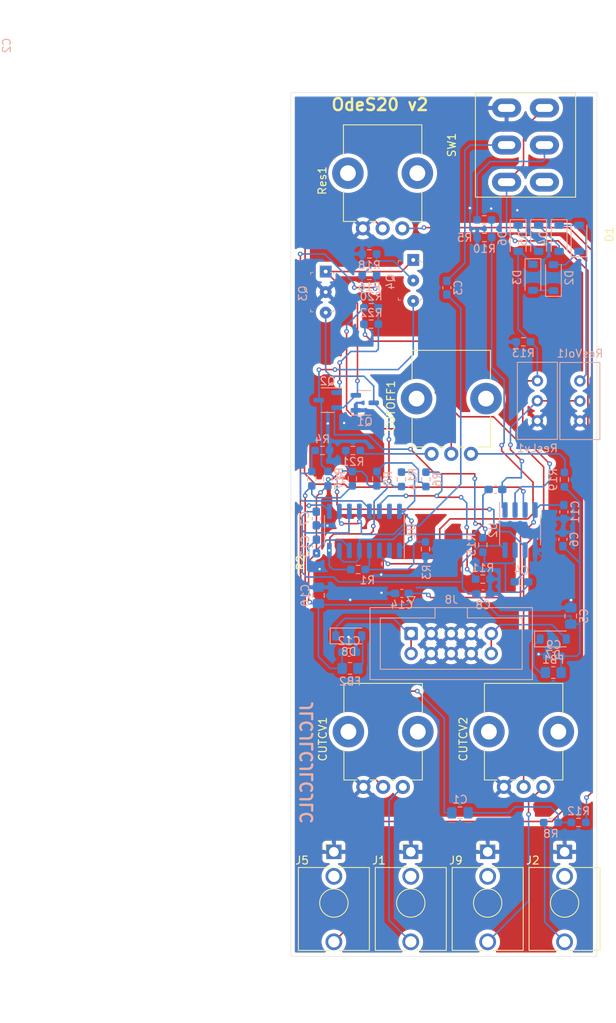
<source format=kicad_pcb>
(kicad_pcb (version 20221018) (generator pcbnew)
  (layers (0 "F.Cu" signal) (31 "B.Cu" signal) (34 "B.Paste" user) (35 "F.Paste" user) (36 "B.SilkS" user "B.Silkscreen") (37 "F.SilkS" user "F.Silkscreen") (38 "B.Mask" user) (39 "F.Mask" user) (44 "Edge.Cuts" user))
  (net 0 "")
  (net 1 "GND")
  (net 2 "/CVIn")
  (net 4 "/FilterOut")
  (net 6 "/FilterIn")
  (net 9 "/LPass")
  (net 10 "/HPass")
  (net 11 "Net-(R12-Pad1)")
  (net 12 "/ResOut")
  (net 13 "Net-(CUTCV1-Pad2)")
  (net 14 "Net-(CUTOFF1-Pad1)")
  (net 15 "Net-(CUTOFF1-Pad2)")
  (net 16 "Net-(CUTOFF1-Pad3)")
  (net 17 "-12V")
  (net 18 "+12V")
  (net 19 "Net-(U1A--)")
  (net 20 "Net-(U1C--)")
  (net 21 "Net-(U1C-+)")
  (net 22 "Net-(R1-Pad2)")
  (net 23 "Net-(U1A-+)")
  (net 24 "Net-(C1-Pad2)")
  (net 25 "/Cutoff")
  (net 26 "Net-(Q2-C)")
  (net 27 "Net-(Q1-E)")
  (net 28 "Net-(C4-Pad1)")
  (net 29 "Net-(Q1-C)")
  (net 30 "Net-(R14-Pad2)")
  (net 31 "Net-(D3-K)")
  (net 32 "/Out1")
  (net 33 "Net-(C2-Pad2)")
  (net 34 "Net-(D1-A)")
  (net 36 "Net-(C2-Pad1)")
  (net 37 "Net-(C3-Pad1)")
  (net 39 "Net-(D5-A)")
  (net 40 "Net-(D4-A)")
  (net 41 "Net-(D2-K)")
  (net 42 "Net-(D1-K)")
  (net 43 "Net-(CUTCV2-Pad2)")
  (net 44 "/CVIn2")
  (net 46 "Net-(D8-A)")
  (net 47 "Net-(D7-K)")
  (net 48 "Net-(D8-K)")
  (net 49 "Net-(D7-A)")
  (footprint "0deS:Pot-bourns-alpha" (layer "F.Cu") (at 48.91 136.07 90)
    (fp_text reference "CUTCV1")
    (fp_text value "100k")
  )
  (footprint "0deS:Thonkiconn" (layer "F.Cu") (at 40.17 144.3)
    (fp_text reference "J5")
    (fp_text value "FilterIn1")
  )
  (footprint "0deS:Pot-bourns-alpha" (layer "F.Cu") (at 48.85 65.3 90)
    (fp_text reference "Res1")
    (fp_text value "100k")
  )
  (footprint "Synth:SW_DPDT_Toggle" (layer "F.Cu") (at 64.46 54.74 90)
    (fp_text reference "SW1")
    (fp_text value "Hpass/Lpass Switch")
  )
  (footprint "0deS:Thonkiconn" (layer "F.Cu") (at 59.663332 144.3)
    (fp_text reference "J9")
    (fp_text value "FilterCV1")
  )
  (footprint "0deS:Pot-bourns-alpha" (layer "F.Cu") (at 57.55 93.87 90)
    (fp_text reference "CUTOFF1")
    (fp_text value "100k")
  )
  (footprint "0deS:Thonkiconn" (layer "F.Cu") (at 69.409998 144.3)
    (fp_text reference "J2")
    (fp_text value "FilterOut1")
  )
  (footprint "0deS:Pot-bourns-alpha" (layer "F.Cu") (at 66.72 136.07 90)
    (fp_text reference "CUTCV2")
    (fp_text value "100k")
  )
  (footprint "0deS:Thonkiconn" (layer "F.Cu") (at 49.916666 144.3)
    (fp_text reference "J1")
    (fp_text value "FilterCV1")
  )
  (footprint "Resistor_SMD:R_0603_1608Metric_Pad0.98x0.95mm_HandSolder" (layer "B.Cu") (at 71.1825 140.57 180)
    (fp_text reference "R12")
    (fp_text value "1k")
  )
  (footprint "Resistor_SMD:R_0603_1608Metric_Pad0.98x0.95mm_HandSolder" (layer "B.Cu") (at 43.2375 108.52 180)
    (fp_text reference "R1")
    (fp_text value "100k")
  )
  (footprint "Resistor_SMD:R_0603_1608Metric_Pad0.98x0.95mm_HandSolder" (layer "B.Cu") (at 42.51 97.0075 -90)
    (fp_text reference "R7")
    (fp_text value "1.8k")
  )
  (footprint "Resistor_SMD:R_0603_1608Metric_Pad0.98x0.95mm_HandSolder" (layer "B.Cu") (at 44.8925 77.43 180)
    (fp_text reference "R22")
    (fp_text value "82k")
  )
  (footprint "Resistor_SMD:R_0603_1608Metric_Pad0.98x0.95mm_HandSolder" (layer "B.Cu") (at 59.0475 109.74 180)
    (fp_text reference "R11")
    (fp_text value "470")
  )
  (footprint "Resistor_SMD:R_0603_1608Metric_Pad0.98x0.95mm_HandSolder" (layer "B.Cu") (at 45.61 97.0075 90)
    (fp_text reference "R9")
    (fp_text value "1.8k")
  )
  (footprint "Resistor_SMD:R_0603_1608Metric_Pad0.98x0.95mm_HandSolder" (layer "B.Cu") (at 67.6775 140.57)
    (fp_text reference "R8")
    (fp_text value "1k")
  )
  (footprint "Resistor_SMD:R_0603_1608Metric_Pad0.98x0.95mm_HandSolder" (layer "B.Cu") (at 51.835 97.0975 90)
    (fp_text reference "R6")
    (fp_text value "100k")
  )
  (footprint "Resistor_SMD:R_0603_1608Metric_Pad0.98x0.95mm_HandSolder" (layer "B.Cu") (at 44.8925 75.35 180)
    (fp_text reference "R20")
    (fp_text value "100k")
  )
  (footprint "Capacitor_SMD:C_0805_2012Metric_Pad1.18x1.45mm_HandSolder" (layer "B.Cu") (at 56.16 139.35 180)
    (fp_text reference "C1")
    (fp_text value "10uF")
  )
  (footprint "Resistor_SMD:R_0603_1608Metric_Pad0.98x0.95mm_HandSolder" (layer "B.Cu") (at 59.05 105.4025 -90)
    (fp_text reference "R15")
    (fp_text value "1k")
  )
  (footprint "0deS:SOT-23-BEC" (layer "B.Cu") (at 39.3675 87.06 180)
    (fp_text reference "Q2")
    (fp_text value "BC559")
  )
  (footprint "Resistor_SMD:R_0805_2012Metric_Pad1.20x1.40mm_HandSolder" (layer "B.Cu") (at 42.22 121.05)
    (fp_text reference "FB2")
    (fp_text value "10R")
  )
  (footprint "Capacitor_SMD:C_0603_1608Metric_Pad1.08x0.95mm_HandSolder" (layer "B.Cu") (at 37.96 105.6025 -90)
    (fp_text reference "C13")
    (fp_text value "100nF")
  )
  (footprint "Diode_SMD:D_SOD-123" (layer "B.Cu") (at 42.06 116.94)
    (fp_text reference "D8")
    (fp_text value "D")
  )
  (footprint "Resistor_SMD:R_0603_1608Metric_Pad0.98x0.95mm_HandSolder" (layer "B.Cu") (at 44.6675 71.26)
    (fp_text reference "R16")
    (fp_text value "82k")
  )
  (footprint "Capacitor_SMD:C_0603_1608Metric_Pad1.08x0.95mm_HandSolder" (layer "B.Cu") (at 69.32 101.2225 90)
    (fp_text reference "C11")
    (fp_text value "100nF")
  )
  (footprint "Capacitor_SMD:C_0603_1608Metric_Pad1.08x0.95mm_HandSolder" (layer "B.Cu") (at 68.0375 119.5 180)
    (fp_text reference "C9")
    (fp_text value "100nF")
  )
  (footprint "Potentiometer_THT:Potentiometer_Bourns_3386C_Horizontal" (layer "B.Cu") (at 65.96 89.69)
    (fp_text reference "ResLv1")
    (fp_text value "10k")
  )
  (footprint "Diode_SMD:D_SOD-123" (layer "B.Cu") (at 67.97 117.32)
    (fp_text reference "D7")
    (fp_text value "D")
  )
  (footprint "Capacitor_SMD:C_0603_1608Metric_Pad1.08x0.95mm_HandSolder" (layer "B.Cu") (at 63.9475 110.09 180)
    (fp_text reference "C4")
    (fp_text value "1nF")
  )
  (footprint "Capacitor_SMD:C_0603_1608Metric_Pad1.08x0.95mm_HandSolder" (layer "B.Cu") (at 69.2 104.7025 90)
    (fp_text reference "C6")
    (fp_text value "100nF")
  )
  (footprint "Capacitor_SMD:C_0603_1608Metric_Pad1.08x0.95mm_HandSolder" (layer "B.Cu") (at 48.7825 111.55)
    (fp_text reference "C14")
    (fp_text value "100nF")
  )
  (footprint "Resistor_SMD:R_0603_1608Metric_Pad0.98x0.95mm_HandSolder" (layer "B.Cu") (at 39.41 97.0075 90)
    (fp_text reference "R17")
    (fp_text value "100k")
  )
  (footprint "Package_SO:SOP-8_3.76x4.96mm_P1.27mm" (layer "B.Cu") (at 63.77 103.52 -90)
    (fp_text reference "U2")
    (fp_text value "TL072")
  )
  (footprint "Resistor_SMD:R_0603_1608Metric_Pad0.98x0.95mm_HandSolder" (layer "B.Cu") (at 42.59 93.44)
    (fp_text reference "R21")
    (fp_text value "56k")
  )
  (footprint "0deS:SOT-23-BEC" (layer "B.Cu") (at 44.0825 87.4)
    (fp_text reference "Q1")
    (fp_text value "BC559")
  )
  (footprint "Capacitor_SMD:C_0805_2012Metric_Pad1.18x1.45mm_HandSolder" (layer "B.Cu") (at 38.21 111.804888 -90)
    (fp_text reference "C10")
    (fp_text value "10uF")
  )
  (footprint "Resistor_SMD:R_0603_1608Metric_Pad0.98x0.95mm_HandSolder" (layer "B.Cu") (at 37.37 97.01 -90)
    (fp_text reference "R2")
    (fp_text value "100k")
  )
  (footprint "Resistor_SMD:R_0603_1608Metric_Pad0.98x0.95mm_HandSolder" (layer "B.Cu") (at 48.735 97.0975 90)
    (fp_text reference "R14")
    (fp_text value "2.2k")
  )
  (footprint "Capacitor_SMD:C_0603_1608Metric_Pad1.08x0.95mm_HandSolder" (layer "B.Cu") (at 37.94 102.0625 -90)
    (fp_text reference "C7")
    (fp_text value "100nF")
  )
  (footprint "Diode_SMD:D_SOD-123" (layer "B.Cu") (at 65.4 71.4975 -90)
    (fp_text reference "D3")
    (fp_text value "1N4148")
  )
  (footprint "Diode_SMD:D_SOD-123" (layer "B.Cu") (at 71.24 66.54 90)
    (fp_text reference "D1")
    (fp_text value "1N4148")
  )
  (footprint "Connector_IDC:IDC-Header_2x05_P2.54mm_Vertical" (layer "B.Cu") (at 49.96 116.64 -90)
    (fp_text reference "J8")
    (fp_text value "Power Input")
  )
  (footprint "Resistor_SMD:R_0603_1608Metric_Pad0.98x0.95mm_HandSolder" (layer "B.Cu") (at 69.38 97.13 -90)
    (fp_text reference "R19")
    (fp_text value "33k")
  )
  (footprint "Resistor_SMD:R_0603_1608Metric_Pad0.98x0.95mm_HandSolder" (layer "B.Cu") (at 59.2525 66.45)
    (fp_text reference "R10")
    (fp_text value "470")
  )
  (footprint "Potentiometer_THT:Potentiometer_Bourns_3386C_Horizontal" (layer "B.Cu") (at 71.35 84.63 180)
    (fp_text reference "ResVol1")
    (fp_text value "10k")
  )
  (footprint "Diode_SMD:D_SOD-123" (layer "B.Cu") (at 68.72 66.56 -90)
    (fp_text reference "D4")
    (fp_text value "1N4148")
  )
  (footprint "Capacitor_SMD:C_0603_1608Metric_Pad1.08x0.95mm_HandSolder" (layer "B.Cu") (at 60.6475 98.38)
    (fp_text reference "C2")
    (fp_text value "1nF")
  )
  (footprint "Capacitor_SMD:C_0603_1608Metric_Pad1.08x0.95mm_HandSolder" (layer "B.Cu") (at 54.49 72.8125 90)
    (fp_text reference "C3")
    (fp_text value "1nF")
  )
  (footprint "Capacitor_SMD:C_0805_2012Metric_Pad1.18x1.45mm_HandSolder" (layer "B.Cu") (at 70.19 114.41 90)
    (fp_text reference "C5")
    (fp_text value "10uF")
  )
  (footprint "Diode_SMD:D_SOD-123" (layer "B.Cu") (at 66.12 66.56 -90)
    (fp_text reference "D5")
    (fp_text value "1N4148")
  )
  (footprint "Capacitor_SMD:C_0603_1608Metric_Pad1.08x0.95mm_HandSolder" (layer "B.Cu") (at 59.0875 111.61)
    (fp_text reference "C8")
    (fp_text value "100nF")
  )
  (footprint "Package_SO:SOIC-16_3.9x9.9mm_P1.27mm" (layer "B.Cu") (at 44.035 103.625 90)
    (fp_text reference "U1")
    (fp_text value "LM13700")
  )
  (footprint "Diode_SMD:D_SOD-123" (layer "B.Cu") (at 68 71.545 90)
    (fp_text reference "D2")
    (fp_text value "1N4148")
  )
  (footprint "Capacitor_SMD:C_0603_1608Metric_Pad1.08x0.95mm_HandSolder" (layer "B.Cu") (at 42.1075 119 180)
    (fp_text reference "C12")
    (fp_text value "100nF")
  )
  (footprint "Resistor_SMD:R_0805_2012Metric_Pad1.20x1.40mm_HandSolder" (layer "B.Cu") (at 67.98 121.58 180)
    (fp_text reference "FB1")
    (fp_text value "10R")
  )
  (footprint "0deS:BC548tht" (layer "B.Cu") (at 50.23 70.63 -90)
    (fp_text reference "Q4")
    (fp_text value "BC559")
  )
  (footprint "Resistor_SMD:R_0603_1608Metric_Pad0.98x0.95mm_HandSolder" (layer "B.Cu") (at 51.78 105.93 90)
    (fp_text reference "R3")
    (fp_text value "470")
  )
  (footprint "Diode_SMD:D_SOD-123" (layer "B.Cu") (at 63.52 66.56 -90)
    (fp_text reference "D6")
    (fp_text value "1N4148")
  )
  (footprint "Resistor_SMD:R_0603_1608Metric_Pad0.98x0.95mm_HandSolder" (layer "B.Cu") (at 38.71 93.44 180)
    (fp_text reference "R4")
    (fp_text value "470")
  )
  (footprint "Resistor_SMD:R_0603_1608Metric_Pad0.98x0.95mm_HandSolder" (layer "B.Cu") (at 64.1875 79.67)
    (fp_text reference "R13")
    (fp_text value "2.2k")
  )
  (footprint "Resistor_SMD:R_0603_1608Metric_Pad0.98x0.95mm_HandSolder" (layer "B.Cu") (at 59.24 64.22)
    (fp_text reference "R5")
    (fp_text value "100k")
  )
  (footprint "0deS:BC548tht" (layer "B.Cu") (at 39.13 72.1 -90)
    (fp_text reference "Q3")
    (fp_text value "BC559")
  )
  (footprint "Resistor_SMD:R_0603_1608Metric_Pad0.98x0.95mm_HandSolder" (layer "B.Cu") (at 44.6675 68.53)
    (fp_text reference "R18")
    (fp_text value "2.2k")
  )
  (gr_rect (start 34.72 48.1) (end 73.5 157.55) (stroke (width 0.05)) (fill none) (layer "Edge.Cuts"))
  (gr_text "JLCJLCJLCJLC" (at 36.74 132.99 90) (layer "B.SilkS") (effects (font (size 1.5 1.5) (thickness 0.3)) (justify mirror)))
  (gr_text "OdeS20 v2" (at 39.7 50.5) (layer "F.SilkS") (effects (font (size 1.5 1.5) (thickness 0.3) bold) (justify left bottom)))
  (segment (start 57.49 62.79) (end 60.11 62.79) (width 0.2) (layer "F.Cu") (net 1))
  (segment (start 46.2 111.47) (end 46.42 111.25) (width 0.2) (layer "F.Cu") (net 1))
  (segment (start 46.42 111.25) (end 46.42 102) (width 0.2) (layer "F.Cu") (net 1))
  (segment (start 66.62 113.65) (end 66.1195 114.1505) (width 0.2) (layer "F.Cu") (net 1))
  (segment (start 46.42 102) (end 46.17 101.75) (width 0.2) (layer "F.Cu") (net 1))
  (segment (start 67.86 112.41) (end 66.62 113.65) (width 0.2) (layer "F.Cu") (net 1))
  (segment (start 66.1195 114.1505) (end 66.1195 119.25) (width 0.2) (layer "F.Cu") (net 1))
  (segment (start 70.19 112.41) (end 67.86 112.41) (width 0.2) (layer "F.Cu") (net 1))
  (segment (start 57.42 62.72) (end 57.49 62.79) (width 0.2) (layer "F.Cu") (net 1))
  (segment (start 40.56 101.75) (end 39.35 102.96) (width 0.2) (layer "F.Cu") (net 1))
  (segment (start 46.17 101.75) (end 40.56 101.75) (width 0.2) (layer "F.Cu") (net 1))
  (via (at 46.2 111.47) (size 0.6) (drill 0.3) (layers "F.Cu" "B.Cu") (net 1))
  (via (at 38.36 108.47) (size 0.6) (drill 0.3) (layers "F.Cu" "B.Cu") (net 1))
  (via (at 57.42 62.72) (size 0.6) (drill 0.3) (layers "F.Cu" "B.Cu") (net 1))
  (via (at 66.1195 119.25) (size 0.6) (drill 0.3) (layers "F.Cu" "B.Cu") (net 1))
  (via (at 41.47 89.96) (size 0.6) (drill 0.3) (layers "F.Cu" "B.Cu") (net 1))
  (via (at 60.11 62.79) (size 0.6) (drill 0.3) (layers "F.Cu" "B.Cu") (net 1))
  (via (at 39.4 90.02) (size 0.6) (drill 0.3) (layers "F.Cu" "B.Cu") (net 1))
  (via (at 70.231 112.395) (size 0.6) (drill 0.3) (layers "F.Cu" "B.Cu") (net 1))
  (via (at 42.24 112.35) (size 0.6) (drill 0.3) (layers "F.Cu" "B.Cu") (net 1))
  (via (at 39.35 102.96) (size 0.6) (drill 0.3) (layers "F.Cu" "B.Cu") (net 1))
  (via (at 42.01 117.07) (size 0.6) (drill 0.3) (layers "F.Cu" "B.Cu") (net 1))
  (via (at 46.17 109.17) (size 0.6) (drill 0.3) (layers "F.Cu" "B.Cu") (net 1))
  (via (at 63.42 63) (size 0.6) (drill 0.3) (layers "F.Cu" "B.Cu") (net 1))
  (segment (start 36.98 105.72) (end 36.98 107.91) (width 0.2) (layer "B.Cu") (net 1))
  (segment (start 42.97 118.03) (end 42.01 117.07) (width 0.2) (layer "B.Cu") (net 1))
  (segment (start 66.1195 119.25) (end 66.925 119.25) (width 0.2) (layer "B.Cu") (net 1))
  (segment (start 70.19 110.5725) (end 70.231 112.395) (width 0.2) (layer "B.Cu") (net 1))
  (segment (start 36.98 107.91) (end 37.54 108.47) (width 0.2) (layer "B.Cu") (net 1))
  (segment (start 59.96 109.74) (end 59.96 111.6) (width 0.2) (layer "B.Cu") (net 1))
  (segment (start 65.675 106.0575) (end 70.19 110.5725) (width 0.2) (layer "B.Cu") (net 1))
  (segment (start 37.96 104.74) (end 36.98 105.72) (width 0.2) (layer "B.Cu") (net 1))
  (segment (start 42.97 119) (end 42.97 118.03) (width 0.2) (layer "B.Cu") (net 1))
  (segment (start 58.34 66.45) (end 57.42 65.53) (width 0.2) (layer "B.Cu") (net 1))
  (segment (start 70.231 112.395) (end 70.19 112.41) (width 0.2) (layer "B.Cu") (net 1))
  (segment (start 57.42 65.53) (end 57.42 62.72) (width 0.2) (layer "B.Cu") (net 1))
  (segment (start 59.96 111.6) (end 59.95 111.61) (width 0.2) (layer "B.Cu") (net 1))
  (segment (start 37.54 108.47) (end 38.36 108.47) (width 0.2) (layer "B.Cu") (net 1))
  (segment (start 66.925 119.25) (end 67.175 119.5) (width 0.2) (layer "B.Cu") (net 1))
  (segment (start 49.916666 155.7) (end 47.16 152.943334) (width 0.2) (layer "B.Cu") (net 2))
  (segment (start 47.16 137.82) (end 48.91 136.07) (width 0.2) (layer "B.Cu") (net 2))
  (segment (start 47.16 152.943334) (end 47.16 137.82) (width 0.2) (layer "B.Cu") (net 2))
  (segment (start 66.89 140.695) (end 66.765 140.57) (width 0.2) (layer "B.Cu") (net 4))
  (segment (start 69.409998 155.7) (end 66.89 153.180002) (width 0.2) (layer "B.Cu") (net 4))
  (segment (start 66.89 153.180002) (end 66.89 140.695) (width 0.2) (layer "B.Cu") (net 4))
  (segment (start 42.92 152.95) (end 42.94 152.95) (width 0.2) (layer "F.Cu") (net 6))
  (segment (start 67.8 140.45) (end 72.37 135.88) (width 0.2) (layer "F.Cu") (net 6))
  (segment (start 68.6 66.88) (end 63.13 66.88) (width 0.2) (layer "F.Cu") (net 6))
  (segment (start 72.37 70.65) (end 68.6 66.88) (width 0.2) (layer "F.Cu") (net 6))
  (segment (start 64.21 57.29) (end 62.06 59.44) (width 0.2) (layer "F.Cu") (net 6))
  (segment (start 42.94 142.34) (end 44.83 140.45) (width 0.2) (layer "F.Cu") (net 6))
  (segment (start 40.17 155.7) (end 42.92 152.95) (width 0.2) (layer "F.Cu") (net 6))
  (segment (start 42.94 152.95) (end 42.94 142.34) (width 0.2) (layer "F.Cu") (net 6))
  (segment (start 44.83 140.45) (end 67.8 140.45) (width 0.2) (layer "F.Cu") (net 6))
  (segment (start 64.21 52.69) (end 64.21 57.29) (width 0.2) (layer "F.Cu") (net 6))
  (segment (start 72.37 135.88) (end 72.37 70.65) (width 0.2) (layer "F.Cu") (net 6))
  (segment (start 66.86 50.04) (end 64.21 52.69) (width 0.2) (layer "F.Cu") (net 6))
  (via (at 63.13 66.88) (size 0.6) (drill 0.3) (layers "F.Cu" "B.Cu") (net 6))
  (segment (start 62.06 59.44) (end 62.06 65.81) (width 0.2) (layer "B.Cu") (net 6))
  (segment (start 62.06 65.81) (end 63.13 66.88) (width 0.2) (layer "B.Cu") (net 6))
  (segment (start 58.3275 58.4725) (end 59.9802 56.8198) (width 0.2) (layer "B.Cu") (net 9))
  (segment (start 66.6242 56.8198) (end 66.8782 56.5658) (width 0.2) (layer "B.Cu") (net 9))
  (segment (start 66.13 54.01) (end 66.86 54.74) (width 0.2) (layer "B.Cu") (net 9))
  (segment (start 59.9802 56.8198) (end 66.6242 56.8198) (width 0.2) (layer "B.Cu") (net 9))
  (segment (start 58.3275 64.22) (end 58.3275 58.4725) (width 0.2) (layer "B.Cu") (net 9))
  (segment (start 66.86 56.5476) (end 66.86 54.74) (width 0.2) (layer "B.Cu") (net 9))
  (segment (start 66.8782 56.5658) (end 66.86 56.5476) (width 0.2) (layer "B.Cu") (net 9))
  (segment (start 56.77 69.67) (end 56.77 55.4228) (width 0.2) (layer "B.Cu") (net 10))
  (segment (start 57.4528 54.74) (end 56.77 55.4228) (width 0.2) (layer "B.Cu") (net 10))
  (segment (start 54.49 71.95) (end 56.77 69.67) (width 0.2) (layer "B.Cu") (net 10))
  (segment (start 62.06 54.74) (end 57.4528 54.74) (width 0.2) (layer "B.Cu") (net 10))
  (segment (start 70.87 66.09) (end 72.9 68.12) (width 0.2) (layer "F.Cu") (net 11))
  (segment (start 69.98 65.2) (end 70.87 66.09) (width 0.2) (layer "F.Cu") (net 11))
  (segment (start 72.9 136.71) (end 72.19 137.42) (width 0.2) (layer "F.Cu") (net 11))
  (segment (start 72.9 68.12) (end 72.9 84.01) (width 0.2) (layer "F.Cu") (net 11))
  (segment (start 72.9 84.01) (end 72.9 136.71) (width 0.2) (layer "F.Cu") (net 11))
  (segment (start 51.58 65.2) (end 69.98 65.2) (width 0.2) (layer "F.Cu") (net 11))
  (via (at 72.19 137.42) (size 0.6) (drill 0.3) (layers "F.Cu" "B.Cu") (net 11))
  (via (at 51.58 65.2) (size 0.6) (drill 0.3) (layers "F.Cu" "B.Cu") (net 11))
  (segment (start 51.48 65.3) (end 51.58 65.2) (width 0.2) (layer "B.Cu") (net 11))
  (segment (start 48.85 65.3) (end 51.48 65.3) (width 0.2) (layer "B.Cu") (net 11))
  (segment (start 72.19 137.42) (end 72.19 140.475) (width 0.2) (layer "B.Cu") (net 11))
  (segment (start 72.19 140.475) (end 72.095 140.57) (width 0.2) (layer "B.Cu") (net 11))
  (segment (start 63.65 98.09) (end 64.19 98.63) (width 0.2) (layer "F.Cu") (net 12))
  (segment (start 36.45 96.35) (end 37.81 97.71) (width 0.2) (layer "F.Cu") (net 12))
  (segment (start 38.16 63.22) (end 36.52 64.86) (width 0.2) (layer "F.Cu") (net 12))
  (segment (start 41.52 97.71) (end 41.87 98.06) (width 0.2) (layer "F.Cu") (net 12))
  (segment (start 46.35 65.3) (end 44.27 63.22) (width 0.2) (layer "F.Cu") (net 12))
  (segment (start 36.52 79.55) (end 36.45 79.62) (width 0.2) (layer "F.Cu") (net 12))
  (segment (start 36.45 79.62) (end 36.45 96.35) (width 0.2) (layer "F.Cu") (net 12))
  (segment (start 41.87 98.09) (end 63.65 98.09) (width 0.2) (layer "F.Cu") (net 12))
  (segment (start 36.52 64.86) (end 36.52 79.55) (width 0.2) (layer "F.Cu") (net 12))
  (segment (start 37.81 97.71) (end 41.52 97.71) (width 0.2) (layer "F.Cu") (net 12))
  (segment (start 41.87 98.06) (end 41.87 98.09) (width 0.2) (layer "F.Cu") (net 12))
  (segment (start 44.27 63.22) (end 38.16 63.22) (width 0.2) (layer "F.Cu") (net 12))
  (via (at 64.19 98.63) (size 0.6) (drill 0.3) (layers "F.Cu" "B.Cu") (net 12))
  (segment (start 64.19 98.63) (end 64.19 100.7675) (width 0.2) (layer "B.Cu") (net 12))
  (segment (start 64.19 100.7675) (end 64.405 100.9825) (width 0.2) (layer "B.Cu") (net 12))
  (segment (start 35.9295 68.5695) (end 35.9 68.54) (width 0.2) (layer "F.Cu") (net 13))
  (segment (start 46.41 136.07) (end 43.58 133.24) (width 0.2) (layer "F.Cu") (net 13))
  (segment (start 45.26 72.8) (end 45.4 72.94) (width 0.2) (layer "F.Cu") (net 13))
  (segment (start 35.9295 109.1695) (end 35.9295 68.5695) (width 0.2) (layer "F.Cu") (net 13))
  (segment (start 36.66 133.24) (end 35.97 132.55) (width 0.2) (layer "F.Cu") (net 13))
  (segment (start 35.97 109.21) (end 35.9295 109.1695) (width 0.2) (layer "F.Cu") (net 13))
  (segment (start 42.76 72.8) (end 45.26 72.8) (width 0.2) (layer "F.Cu") (net 13))
  (segment (start 35.97 132.55) (end 35.97 109.21) (width 0.2) (layer "F.Cu") (net 13))
  (segment (start 43.58 133.24) (end 36.66 133.24) (width 0.2) (layer "F.Cu") (net 13))
  (via (at 45.4 72.94) (size 0.6) (drill 0.3) (layers "F.Cu" "B.Cu") (net 13))
  (via (at 42.76 72.8) (size 0.6) (drill 0.3) (layers "F.Cu" "B.Cu") (net 13))
  (via (at 35.9 68.54) (size 0.6) (drill 0.3) (layers "F.Cu" "B.Cu") (net 13))
  (segment (start 45.4 72.94) (end 45.4 71.44) (width 0.2) (layer "B.Cu") (net 13))
  (segment (start 35.9 68.54) (end 39 68.54) (width 0.2) (layer "B.Cu") (net 13))
  (segment (start 45.4 71.44) (end 45.58 71.26) (width 0.2) (layer "B.Cu") (net 13))
  (segment (start 42.76 72.3) (end 42.76 72.8) (width 0.2) (layer "B.Cu") (net 13))
  (segment (start 39 68.54) (end 42.76 72.3) (width 0.2) (layer "B.Cu") (net 13))
  (segment (start 57.55 93.87) (end 68.77 93.87) (width 0.2) (layer "B.Cu") (net 14))
  (segment (start 68.77 93.87) (end 69.46 94.56) (width 0.2) (layer "B.Cu") (net 14))
  (segment (start 69.46 94.56) (end 69.46 96.1375) (width 0.2) (layer "B.Cu") (net 14))
  (segment (start 69.46 96.1375) (end 69.38 96.2175) (width 0.2) (layer "B.Cu") (net 14))
  (segment (start 55.05 91.75) (end 55.05 93.87) (width 0.2) (layer "F.Cu") (net 15))
  (segment (start 53.99 90.69) (end 55.05 91.75) (width 0.2) (layer "F.Cu") (net 15))
  (segment (start 41.78 78.35) (end 41.78 88.3) (width 0.2) (layer "F.Cu") (net 15))
  (segment (start 44.17 90.69) (end 53.99 90.69) (width 0.2) (layer "F.Cu") (net 15))
  (segment (start 41.78 88.3) (end 44.17 90.69) (width 0.2) (layer "F.Cu") (net 15))
  (via (at 41.78 78.35) (size 0.6) (drill 0.3) (layers "F.Cu" "B.Cu") (net 15))
  (segment (start 43.98 75.35) (end 41.78 77.55) (width 0.2) (layer "B.Cu") (net 15))
  (segment (start 41.78 77.55) (end 41.78 78.35) (width 0.2) (layer "B.Cu") (net 15))
  (segment (start 43.9325 93.87) (end 52.55 93.87) (width 0.2) (layer "B.Cu") (net 16))
  (segment (start 43.5025 93.44) (end 43.9325 93.87) (width 0.2) (layer "B.Cu") (net 16))
  (segment (start 37.96 99.28) (end 37.96 106.465) (width 0.2) (layer "F.Cu") (net 17))
  (segment (start 36.97 107.27) (end 37.155 107.27) (width 0.2) (layer "F.Cu") (net 17))
  (segment (start 52.14 111.75) (end 52.47 112.08) (width 0.2) (layer "F.Cu") (net 17))
  (segment (start 36.97 112.649) (end 36.97 107.27) (width 0.2) (layer "F.Cu") (net 17))
  (segment (start 39.45 97.11) (end 39.96 97.11) (width 0.2) (layer "F.Cu") (net 17))
  (segment (start 52.47 112.08) (end 63.82 112.08) (width 0.2) (layer "F.Cu") (net 17))
  (segment (start 63.82 104.21) (end 65.49 102.54) (width 0.2) (layer "F.Cu") (net 17))
  (segment (start 63.82 112.08) (end 63.82 104.21) (width 0.2) (layer "F.Cu") (net 17))
  (segment (start 38.48 98.76) (end 37.96 99.28) (width 0.2) (layer "F.Cu") (net 17))
  (segment (start 39.96 97.11) (end 41.04 96.03) (width 0.2) (layer "F.Cu") (net 17))
  (segment (start 37.155 107.27) (end 37.96 106.465) (width 0.2) (layer "F.Cu") (net 17))
  (segment (start 36.97 112.649) (end 37.129 112.649) (width 0.2) (layer "F.Cu") (net 17))
  (segment (start 36.97 112.764888) (end 36.97 112.649) (width 0.2) (layer "F.Cu") (net 17))
  (via (at 41.04 96.03) (size 0.6) (drill 0.3) (layers "F.Cu" "B.Cu") (net 17))
  (via (at 65.49 102.54) (size 0.6) (drill 0.3) (layers "F.Cu" "B.Cu") (net 17))
  (via (at 39.45 97.11) (size 0.6) (drill 0.3) (layers "F.Cu" "B.Cu") (net 17))
  (via (at 37.96 106.465) (size 0.6) (drill 0.3) (layers "F.Cu" "B.Cu") (net 17))
  (via (at 52.14 111.75) (size 0.6) (drill 0.3) (layers "F.Cu" "B.Cu") (net 17))
  (via (at 37.129 112.649) (size 0.6) (drill 0.3) (layers "F.Cu" "B.Cu") (net 17))
  (via (at 38.48 98.76) (size 0.6) (drill 0.3) (layers "F.Cu" "B.Cu") (net 17))
  (segment (start 49.645 111.55) (end 51.94 111.55) (width 0.2) (layer "B.Cu") (net 17))
  (segment (start 49.4385 112.9825) (end 49.645 112.776) (width 0.2) (layer "B.Cu") (net 17))
  (segment (start 41.04 96.03) (end 42.445 96.03) (width 0.2) (layer "B.Cu") (net 17))
  (segment (start 39.69 121.05) (end 41.22 121.05) (width 0.2) (layer "B.Cu") (net 17))
  (segment (start 38.21 119.57) (end 38.21 112.842388) (width 0.2) (layer "B.Cu") (net 17))
  (segment (start 38.350112 112.9825) (end 49.4385 112.9825) (width 0.2) (layer "B.Cu") (net 17))
  (segment (start 39.41 97.15) (end 39.45 97.11) (width 0.2) (layer "B.Cu") (net 17))
  (segment (start 45.61 97.92) (end 44.66 97.92) (width 0.2) (layer "B.Cu") (net 17))
  (segment (start 44.4 96.78) (end 43.715 96.095) (width 0.2) (layer "B.Cu") (net 17))
  (segment (start 42.13 106.1) (end 42.13 105.758604) (width 0.2) (layer "B.Cu") (net 17))
  (segment (start 41.22 119.025) (end 41.245 119) (width 0.2) (layer "B.Cu") (net 17))
  (segment (start 65.49 102.54) (end 65.49 101.1675) (width 0.2) (layer "B.Cu") (net 17))
  (segment (start 39.32 97.92) (end 38.48 98.76) (width 0.2) (layer "B.Cu") (net 17))
  (segment (start 66.32 100.36) (end 69.32 100.36) (width 0.2) (layer "B.Cu") (net 17))
  (segment (start 51.94 111.55) (end 52.14 111.75) (width 0.2) (layer "B.Cu") (net 17))
  (segment (start 41.161396 104.79) (end 39.25 104.79) (width 0.2) (layer "B.Cu") (net 17))
  (segment (start 39.25 104.79) (end 37.96 106.08) (width 0.2) (layer "B.Cu") (net 17))
  (segment (start 41.22 121.05) (end 41.22 119.025) (width 0.2) (layer "B.Cu") (net 17))
  (segment (start 42.13 105.758604) (end 41.161396 104.79) (width 0.2) (layer "B.Cu") (net 17))
  (segment (start 42.445 96.03) (end 42.51 96.095) (width 0.2) (layer "B.Cu") (net 17))
  (segment (start 44.4 97.66) (end 44.4 96.78) (width 0.2) (layer "B.Cu") (net 17))
  (segment (start 44.66 97.92) (end 44.4 97.66) (width 0.2) (layer "B.Cu") (net 17))
  (segment (start 38.21 112.842388) (end 37.322388 112.842388) (width 0.2) (layer "B.Cu") (net 17))
  (segment (start 41.6775 93.44) (end 41.6775 95.2625) (width 0.2) (layer "B.Cu") (net 17))
  (segment (start 39.41 97.92) (end 39.41 97.15) (width 0.2) (layer "B.Cu") (net 17))
  (segment (start 37.322388 112.842388) (end 37.129 112.649) (width 0.2) (layer "B.Cu") (net 17))
  (segment (start 43.715 96.095) (end 42.51 96.095) (width 0.2) (layer "B.Cu") (net 17))
  (segment (start 37.96 106.08) (end 37.96 106.465) (width 0.2) (layer "B.Cu") (net 17))
  (segment (start 38.21 119.57) (end 39.69 121.05) (width 0.2) (layer "B.Cu") (net 17))
  (segment (start 39.41 97.92) (end 39.32 97.92) (width 0.2) (layer "B.Cu") (net 17))
  (segment (start 38.21 112.842388) (end 38.350112 112.9825) (width 0.2) (layer "B.Cu") (net 17))
  (segment (start 65.49 101.1675) (end 65.675 100.9825) (width 0.2) (layer "B.Cu") (net 17))
  (segment (start 49.645 112.776) (end 49.645 111.55) (width 0.2) (layer "B.Cu") (net 17))
  (segment (start 65.675 100.9825) (end 65.6975 100.9825) (width 0.2) (layer "B.Cu") (net 17))
  (segment (start 65.6975 100.9825) (end 66.32 100.36) (width 0.2) (layer "B.Cu") (net 17))
  (segment (start 41.6775 95.2625) (end 42.51 96.095) (width 0.2) (layer "B.Cu") (net 17))
  (segment (start 69.2 105.565) (end 71.34 107.705) (width 0.2) (layer "B.Cu") (net 18))
  (segment (start 57.21 111.61) (end 58.225 111.61) (width 0.2) (layer "B.Cu") (net 18))
  (segment (start 36.15 101.81) (end 36.15 103.21) (width 0.2) (layer "B.Cu") (net 18))
  (segment (start 36.15 103.52) (end 36.51 103.88) (width 0.2) (layer "B.Cu") (net 18))
  (segment (start 69.38 98.0425) (end 71.34 100.0025) (width 0.2) (layer "B.Cu") (net 18))
  (segment (start 58.225 111.61) (end 61.025 114.41) (width 0.2) (layer "B.Cu") (net 18))
  (segment (start 71.34 119.11) (end 70.95 119.5) (width 0.2) (layer "B.Cu") (net 18))
  (segment (start 70.95 119.5) (end 68.9 119.5) (width 0.2) (layer "B.Cu") (net 18))
  (segment (start 71.34 107.705) (end 71.34 115.316) (width 0.2) (layer "B.Cu") (net 18))
  (segment (start 71.34 115.316) (end 71.34 119.11) (width 0.2) (layer "B.Cu") (net 18))
  (segment (start 56.46 110.09) (end 56.46 110.86) (width 0.2) (layer "B.Cu") (net 18))
  (segment (start 36.76 101.2) (end 36.15 101.81) (width 0.2) (layer "B.Cu") (net 18))
  (segment (start 40.151 109.474) (end 40.767 110.09) (width 0.2) (layer "B.Cu") (net 18))
  (segment (start 70.19 115.4475) (end 70.19 114.41) (width 0.2) (layer "B.Cu") (net 18))
  (segment (start 56.46 107.65736) (end 56.46 110.09) (width 0.2) (layer "B.Cu") (net 18))
  (segment (start 36.51 103.88) (end 42.08 103.88) (width 0.2) (layer "B.Cu") (net 18))
  (segment (start 71.2085 115.4475) (end 71.34 115.316) (width 0.2) (layer "B.Cu") (net 18))
  (segment (start 36.724 109.474) (end 40.151 109.474) (width 0.2) (layer "B.Cu") (net 18))
  (segment (start 70.19 115.4475) (end 71.2085 115.4475) (width 0.2) (layer "B.Cu") (net 18))
  (segment (start 71.34 100.0025) (end 71.34 107.705) (width 0.2) (layer "B.Cu") (net 18))
  (segment (start 68.98 119.58) (end 68.9 119.5) (width 0.2) (layer "B.Cu") (net 18))
  (segment (start 36.15 108.9) (end 36.724 109.474) (width 0.2) (layer "B.Cu") (net 18))
  (segment (start 56.46 110.86) (end 57.21 111.61) (width 0.2) (layer "B.Cu") (net 18))
  (segment (start 36.15 103.21) (end 36.15 108.9) (width 0.2) (layer "B.Cu") (net 18))
  (segment (start 61.865 106.0575) (end 61.335 105.5275) (width 0.2) (layer "B.Cu") (net 18))
  (segment (start 68.98 121.58) (end 68.98 119.58) (width 0.2) (layer "B.Cu") (net 18))
  (segment (start 56.46 110.09) (end 40.767 110.09) (width 0.2) (layer "B.Cu") (net 18))
  (segment (start 61.335 105.5275) (end 58.58986 105.5275) (width 0.2) (layer "B.Cu") (net 18))
  (segment (start 42.13 101.491396) (end 42.13 101.15) (width 0.2) (layer "B.Cu") (net 18))
  (segment (start 42.08 103.88) (end 42.08 101.541396) (width 0.2) (layer "B.Cu") (net 18))
  (segment (start 61.025 114.41) (end 70.19 114.41) (width 0.2) (layer "B.Cu") (net 18))
  (segment (start 37.94 101.2) (end 36.76 101.2) (width 0.2) (layer "B.Cu") (net 18))
  (segment (start 42.08 101.541396) (end 42.13 101.491396) (width 0.2) (layer "B.Cu") (net 18))
  (segment (start 58.58986 105.5275) (end 56.46 107.65736) (width 0.2) (layer "B.Cu") (net 18))
  (segment (start 36.15 103.21) (end 36.15 103.52) (width 0.2) (layer "B.Cu") (net 18))
  (segment (start 36.13 99.83) (end 35.93 99.63) (width 0.2) (layer "B.Cu") (net 19))
  (segment (start 44.67 100.808604) (end 43.691396 99.83) (width 0.2) (layer "B.Cu") (net 19))
  (segment (start 43.691396 99.83) (end 36.13 99.83) (width 0.2) (layer "B.Cu") (net 19))
  (segment (start 35.93 99.63) (end 35.93 96.34) (width 0.2) (layer "B.Cu") (net 19))
  (segment (start 37.1275 96.34) (end 37.37 96.0975) (width 0.2) (layer "B.Cu") (net 19))
  (segment (start 35.93 96.34) (end 37.1275 96.34) (width 0.2) (layer "B.Cu") (net 19))
  (segment (start 44.67 101.15) (end 44.67 100.808604) (width 0.2) (layer "B.Cu") (net 19))
  (segment (start 37.37 96.0975) (end 37.37 93.8675) (width 0.2) (layer "B.Cu") (net 19))
  (segment (start 37.37 93.8675) (end 37.7975 93.44) (width 0.2) (layer "B.Cu") (net 19))
  (segment (start 44.15 108.52) (end 44.67 108) (width 0.2) (layer "B.Cu") (net 20))
  (segment (start 50.5825 105.0175) (end 51.78 105.0175) (width 0.2) (layer "B.Cu") (net 20))
  (segment (start 44.15 108.52) (end 49.56 108.52) (width 0.2) (layer "B.Cu") (net 20))
  (segment (start 49.56 108.52) (end 50.29 107.79) (width 0.2) (layer "B.Cu") (net 20))
  (segment (start 50.29 107.79) (end 50.29 105.31) (width 0.2) (layer "B.Cu") (net 20))
  (segment (start 50.29 105.31) (end 50.5825 105.0175) (width 0.2) (layer "B.Cu") (net 20))
  (segment (start 44.67 108) (end 44.67 106.1) (width 0.2) (layer "B.Cu") (net 20))
  (segment (start 53.59 103.4) (end 54.88 102.11) (width 0.2) (layer "F.Cu") (net 21))
  (segment (start 54.88 102.11) (end 64.75 102.11) (width 0.2) (layer "F.Cu") (net 21))
  (segment (start 65.41 97.46) (end 61.44 93.49) (width 0.2) (layer "F.Cu") (net 21))
  (segment (start 65.41 101.45) (end 65.41 97.46) (width 0.2) (layer "F.Cu") (net 21))
  (segment (start 53.59 107.6) (end 53.39 107.8) (width 0.2) (layer "F.Cu") (net 21))
  (segment (start 61.44 93.49) (end 61.44 92.77) (width 0.2) (layer "F.Cu") (net 21))
  (segment (start 53.59 103.37) (end 53.59 103.4) (width 0.2) (layer "F.Cu") (net 21))
  (segment (start 53.39 107.8) (end 47.02 107.8) (width 0.2) (layer "F.Cu") (net 21))
  (segment (start 64.75 102.11) (end 65.41 101.45) (width 0.2) (layer "F.Cu") (net 21))
  (segment (start 53.59 103.4) (end 53.59 107.6) (width 0.2) (layer "F.Cu") (net 21))
  (via (at 47.02 107.8) (size 0.6) (drill 0.3) (layers "F.Cu" "B.Cu") (net 21))
  (via (at 61.44 92.77) (size 0.6) (drill 0.3) (layers "F.Cu" "B.Cu") (net 21))
  (segment (start 60.165 82.902308) (end 61.75 84.487308) (width 0.2) (layer "B.Cu") (net 21))
  (segment (start 61.75 84.487308) (end 61.75 92.46) (width 0.2) (layer "B.Cu") (net 21))
  (segment (start 60.1525 66.4375) (end 60.165 66.45) (width 0.2) (layer "B.Cu") (net 21))
  (segment (start 60.1525 64.22) (end 60.1525 66.4375) (width 0.2) (layer "B.Cu") (net 21))
  (segment (start 47.02 107.8) (end 45.94 106.72) (width 0.2) (layer "B.Cu") (net 21))
  (segment (start 61.75 92.46) (end 61.44 92.77) (width 0.2) (layer "B.Cu") (net 21))
  (segment (start 45.94 106.72) (end 45.94 106.1) (width 0.2) (layer "B.Cu") (net 21))
  (segment (start 46.11 105.93) (end 45.94 106.1) (width 0.2) (layer "B.Cu") (net 21))
  (segment (start 61.33 92.88) (end 61.44 92.77) (width 0.2) (layer "B.Cu") (net 21))
  (segment (start 60.165 66.45) (end 60.165 82.902308) (width 0.2) (layer "B.Cu") (net 21))
  (segment (start 40.15 104.01) (end 39.66 104.5) (width 0.2) (layer "F.Cu") (net 22))
  (segment (start 39.66 106.03) (end 39.59 106.1) (width 0.2) (layer "F.Cu") (net 22))
  (segment (start 45.16 103.02) (end 45.16 103.66) (width 0.2) (layer "F.Cu") (net 22))
  (segment (start 44.81 104.01) (end 40.15 104.01) (width 0.2) (layer "F.Cu") (net 22))
  (segment (start 45.16 103.66) (end 44.81 104.01) (width 0.2) (layer "F.Cu") (net 22))
  (segment (start 39.66 104.5) (end 39.66 106.03) (width 0.2) (layer "F.Cu") (net 22))
  (via (at 39.59 106.1) (size 0.6) (drill 0.3) (layers "F.Cu" "B.Cu") (net 22))
  (via (at 45.16 103.02) (size 0.6) (drill 0.3) (layers "F.Cu" "B.Cu") (net 22))
  (segment (start 40.05 108.52) (end 39.59 108.06) (width 0.2) (layer "B.Cu") (net 22))
  (segment (start 45.27 102.91) (end 45.16 103.02) (width 0.2) (layer "B.Cu") (net 22))
  (segment (start 46.685 95.02) (end 50.05 95.02) (width 0.2) (layer "B.Cu") (net 22))
  (segment (start 45.61 96.095) (end 46.685 95.02) (width 0.2) (layer "B.Cu") (net 22))
  (segment (start 51.835 98.01) (end 51.275 97.45) (width 0.2) (layer "B.Cu") (net 22))
  (segment (start 50.05 95.02) (end 50.89 95.86) (width 0.2) (layer "B.Cu") (net 22))
  (segment (start 45.61 96.578529) (end 46.894314 97.862843) (width 0.2) (layer "B.Cu") (net 22))
  (segment (start 39.59 108.06) (end 39.59 106.1) (width 0.2) (layer "B.Cu") (net 22))
  (segment (start 42.325 108.52) (end 40.05 108.52) (width 0.2) (layer "B.Cu") (net 22))
  (segment (start 45.27 99.89) (end 45.27 102.91) (width 0.2) (layer "B.Cu") (net 22))
  (segment (start 51.275 97.45) (end 50.89 97.45) (width 0.2) (layer "B.Cu") (net 22))
  (segment (start 46.894314 97.862843) (end 46.894314 98.265686) (width 0.2) (layer "B.Cu") (net 22))
  (segment (start 50.89 95.86) (end 50.89 97.45) (width 0.2) (layer "B.Cu") (net 22))
  (segment (start 45.61 96.095) (end 45.61 96.578529) (width 0.2) (layer "B.Cu") (net 22))
  (segment (start 46.894314 98.265686) (end 45.27 99.89) (width 0.2) (layer "B.Cu") (net 22))
  (segment (start 49.3 99.19) (end 53.18 99.19) (width 0.2) (layer "F.Cu") (net 23))
  (segment (start 57.0595 108.48) (end 57.0595 103.7895) (width 0.2) (layer "F.Cu") (net 23))
  (segment (start 57.0595 103.7895) (end 57.0595 103.2195) (width 0.2) (layer "F.Cu") (net 23))
  (segment (start 57.0595 103.2195) (end 57.01 103.17) (width 0.2) (layer "F.Cu") (net 23))
  (segment (start 53.18 99.19) (end 53.19 99.2) (width 0.2) (layer "F.Cu") (net 23))
  (segment (start 53.36 99.37) (end 53.19 99.2) (width 0.2) (layer "F.Cu") (net 23))
  (segment (start 56.29 99.37) (end 53.36 99.37) (width 0.2) (layer "F.Cu") (net 23))
  (via (at 57.01 103.17) (size 0.6) (drill 0.3) (layers "F.Cu" "B.Cu") (net 23))
  (via (at 53.19 99.2) (size 0.6) (drill 0.3) (layers "F.Cu" "B.Cu") (net 23))
  (via (at 57.0595 108.48) (size 0.6) (drill 0.3) (layers "F.Cu" "B.Cu") (net 23))
  (via (at 56.29 99.37) (size 0.6) (drill 0.3) (layers "F.Cu" "B.Cu") (net 23))
  (via (at 49.3 99.19) (size 0.6) (drill 0.3) (layers "F.Cu" "B.Cu") (net 23))
  (segment (start 45.94 100.31) (end 47.06 99.19) (width 0.2) (layer "B.Cu") (net 23))
  (segment (start 47.06 99.19) (end 49.3 99.19) (width 0.2) (layer "B.Cu") (net 23))
  (segment (start 57.01 103.17) (end 57.01 100.09) (width 0.2) (layer "B.Cu") (net 23))
  (segment (start 45.94 101.15) (end 45.94 100.31) (width 0.2) (layer "B.Cu") (net 23))
  (segment (start 53.84 96.58) (end 53.445 96.185) (width 0.2) (layer "B.Cu") (net 23))
  (segment (start 53.445 96.185) (end 51.835 96.185) (width 0.2) (layer "B.Cu") (net 23))
  (segment (start 53.84 98.55) (end 53.84 96.58) (width 0.2) (layer "B.Cu") (net 23))
  (segment (start 57.01 100.09) (end 56.29 99.37) (width 0.2) (layer "B.Cu") (net 23))
  (segment (start 53.19 99.2) (end 53.84 98.55) (width 0.2) (layer "B.Cu") (net 23))
  (segment (start 58.135 109.5555) (end 57.0595 108.48) (width 0.2) (layer "B.Cu") (net 23))
  (segment (start 58.135 109.74) (end 58.135 109.5555) (width 0.2) (layer "B.Cu") (net 23))
  (segment (start 37.74 123.39) (end 36.5295 122.1795) (width 0.2) (layer "F.Cu") (net 24))
  (segment (start 36.609 100.4295) (end 36.5295 100.35) (width 0.2) (layer "F.Cu") (net 24))
  (segment (start 37.01 100.4295) (end 36.609 100.4295) (width 0.2) (layer "F.Cu") (net 24))
  (segment (start 36.5295 122.1795) (end 36.5295 100.35) (width 0.2) (layer "F.Cu") (net 24))
  (segment (start 50.74 123.93) (end 38.28 123.93) (width 0.2) (layer "F.Cu") (net 24))
  (segment (start 36.5295 100.35) (end 36.5295 99.17) (width 0.2) (layer "F.Cu") (net 24))
  (segment (start 38.28 123.93) (end 37.74 123.39) (width 0.2) (layer "F.Cu") (net 24))
  (via (at 36.5295 99.17) (size 0.6) (drill 0.3) (layers "F.Cu" "B.Cu") (net 24))
  (via (at 50.74 123.93) (size 0.6) (drill 0.3) (layers "F.Cu" "B.Cu") (net 24))
  (via (at 37.01 100.4295) (size 0.6) (drill 0.3) (layers "F.Cu" "B.Cu") (net 24))
  (segment (start 38.8025 100.3625) (end 37.077 100.3625) (width 0.2) (layer "B.Cu") (net 24))
  (segment (start 36.5295 99.17) (end 36.5295 98.763) (width 0.2) (layer "B.Cu") (net 24))
  (segment (start 54.16 139.35) (end 54.16 127.35) (width 0.2) (layer "B.Cu") (net 24))
  (segment (start 37.83 99.43) (end 37.37 98.97) (width 0.2) (layer "B.Cu") (net 24))
  (segment (start 39.59 101.15) (end 38.8025 100.3625) (width 0.2) (layer "B.Cu") (net 24))
  (segment (start 41 99.43) (end 37.83 99.43) (width 0.2) (layer "B.Cu") (net 24))
  (segment (start 37.077 100.3625) (end 37.01 100.4295) (width 0.2) (layer "B.Cu") (net 24))
  (segment (start 55.1225 139.35) (end 54.16 139.35) (width 0.2) (layer "B.Cu") (net 24))
  (segment (start 36.5295 98.763) (end 37.37 97.9225) (width 0.2) (layer "B.Cu") (net 24))
  (segment (start 54.16 127.35) (end 50.74 123.93) (width 0.2) (layer "B.Cu") (net 24))
  (segment (start 42.51 97.92) (end 41 99.43) (width 0.2) (layer "B.Cu") (net 24))
  (segment (start 37.37 98.97) (end 37.37 97.9225) (width 0.2) (layer "B.Cu") (net 24))
  (segment (start 40.91 82.31) (end 40.91 84.76) (width 0.2) (layer "F.Cu") (net 25))
  (segment (start 40.91 84.76) (end 40.89 84.78) (width 0.2) (layer "F.Cu") (net 25))
  (via (at 40.89 84.78) (size 0.6) (drill 0.3) (layers "F.Cu" "B.Cu") (net 25))
  (via (at 40.91 82.31) (size 0.6) (drill 0.3) (layers "F.Cu" "B.Cu") (net 25))
  (segment (start 45.58 68.53) (end 45.58 69.435) (width 0.2) (layer "B.Cu") (net 25))
  (segment (start 45.58 69.435) (end 47.765 69.435) (width 0.2) (layer "B.Cu") (net 25))
  (segment (start 45.805 80.605) (end 45.52 80.89) (width 0.2) (layer "B.Cu") (net 25))
  (segment (start 43.755 71.26) (end 43.755 73.3) (width 0.2) (layer "B.Cu") (net 25))
  (segment (start 40.89 84.78) (end 40.89 85.725) (width 0.2) (layer "B.Cu") (net 25))
  (segment (start 42.33 80.89) (end 40.91 82.31) (width 0.2) (layer "B.Cu") (net 25))
  (segment (start 43.755 73.3) (end 45.805 75.35) (width 0.2) (layer "B.Cu") (net 25))
  (segment (start 45.805 77.43) (end 45.805 75.35) (width 0.2) (layer "B.Cu") (net 25))
  (segment (start 47.765 69.435) (end 50.23 71.9) (width 0.2) (layer "B.Cu") (net 25))
  (segment (start 45.52 80.89) (end 42.33 80.89) (width 0.2) (layer "B.Cu") (net 25))
  (segment (start 40.89 85.725) (end 40.505 86.11) (width 0.2) (layer "B.Cu") (net 25))
  (segment (start 45.805 77.43) (end 45.805 80.605) (width 0.2) (layer "B.Cu") (net 25))
  (segment (start 45.58 69.435) (end 43.755 71.26) (width 0.2) (layer "B.Cu") (net 25))
  (segment (start 40.57 100.35) (end 41.11 100.89) (width 0.2) (layer "F.Cu") (net 26))
  (segment (start 40.3 83.19) (end 38.3 83.19) (width 0.2) (layer "F.Cu") (net 26))
  (segment (start 41.11 100.89) (end 59.89 100.89) (width 0.2) (layer "F.Cu") (net 26))
  (segment (start 40.57 98.6895) (end 40.57 100.35) (width 0.2) (layer "F.Cu") (net 26))
  (segment (start 38.3 83.19) (end 38.28 83.21) (width 0.2) (layer "F.Cu") (net 26))
  (via (at 40.3 83.19) (size 0.6) (drill 0.3) (layers "F.Cu" "B.Cu") (net 26))
  (via (at 40.57 98.6895) (size 0.6) (drill 0.3) (layers "F.Cu" "B.Cu") (net 26))
  (via (at 59.89 100.89) (size 0.6) (drill 0.3) (layers "F.Cu" "B.Cu") (net 26))
  (via (at 38.28 83.21) (size 0.6) (drill 0.3) (layers "F.Cu" "B.Cu") (net 26))
  (segment (start 48.31 83.19) (end 40.3 83.19) (width 0.2) (layer "B.Cu") (net 26))
  (segment (start 48.76 82.74) (end 48.31 83.19) (width 0.2) (layer "B.Cu") (net 26))
  (segment (start 50.23 74.5) (end 50.23 81.27) (width 0.2) (layer "B.Cu") (net 26))
  (segment (start 50.23 81.27) (end 48.76 82.74) (width 0.2) (layer "B.Cu") (net 26))
  (segment (start 38.23 87.06) (end 38.585 87.415) (width 0.2) (layer "B.Cu") (net 26))
  (segment (start 60.452 102.968) (end 61.214 103.73) (width 0.2) (layer "B.Cu") (net 26))
  (segment (start 40.57 97.255) (end 39.41 96.095) (width 0.2) (layer "B.Cu") (net 26))
  (segment (start 62.449074 103.73) (end 61.214 103.73) (width 0.2) (layer "B.Cu") (net 26))
  (segment (start 60.377 100.89) (end 60.452 100.965) (width 0.2) (layer "B.Cu") (net 26))
  (segment (start 59.89 100.89) (end 60.377 100.89) (width 0.2) (layer "B.Cu") (net 26))
  (segment (start 60.452 100.965) (end 60.452 102.968) (width 0.2) (layer "B.Cu") (net 26))
  (segment (start 40.57 98.6895) (end 40.57 97.255) (width 0.2) (layer "B.Cu") (net 26))
  (segment (start 38.585 87.415) (end 38.585 95.27) (width 0.2) (layer "B.Cu") (net 26))
  (segment (start 38.28 87.01) (end 38.23 87.06) (width 0.2) (layer "B.Cu") (net 26))
  (segment (start 63.085 110.09) (end 64.405 108.77) (width 0.2) (layer "B.Cu") (net 26))
  (segment (start 64.405 108.77) (end 64.405 106.0575) (width 0.2) (layer "B.Cu") (net 26))
  (segment (start 38.585 95.27) (end 39.41 96.095) (width 0.2) (layer "B.Cu") (net 26))
  (segment (start 64.405 105.685926) (end 62.449074 103.73) (width 0.2) (layer "B.Cu") (net 26))
  (segment (start 64.405 106.0575) (end 64.405 105.685926) (width 0.2) (layer "B.Cu") (net 26))
  (segment (start 38.28 83.21) (end 38.28 87.01) (width 0.2) (layer "B.Cu") (net 26))
  (segment (start 39.13 70.77) (end 43.16 74.8) (width 0.2) (layer "F.Cu") (net 27))
  (segment (start 48.76 70.77) (end 50.23 69.3) (width 0.2) (layer "F.Cu") (net 27))
  (segment (start 58.69359 102.7095) (end 59.355956 103.371866) (width 0.2) (layer "F.Cu") (net 27))
  (segment (start 58.11 102.7095) (end 58.69359 102.7095) (width 0.2) (layer "F.Cu") (net 27))
  (segment (start 49.88 93.2705) (end 52.9995 96.39) (width 0.2) (layer "F.Cu") (net 27))
  (segment (start 43.16 74.8) (end 43.16 84.63) (width 0.2) (layer "F.Cu") (net 27))
  (segment (start 39.13 70.77) (end 48.76 70.77) (width 0.2) (layer "F.Cu") (net 27))
  (segment (start 52.9995 96.39) (end 58.03 96.39) (width 0.2) (layer "F.Cu") (net 27))
  (segment (start 58.03 96.39) (end 58.03 97.01) (width 0.2) (layer "F.Cu") (net 27))
  (via (at 58.11 102.7095) (size 0.6) (drill 0.3) (layers "F.Cu" "B.Cu") (net 27))
  (via (at 58.03 97.01) (size 0.6) (drill 0.3) (layers "F.Cu" "B.Cu") (net 27))
  (via (at 49.88 93.2705) (size 0.6) (drill 0.3) (layers "F.Cu" "B.Cu") (net 27))
  (via (at 59.355956 103.371866) (size 0.6) (drill 0.3) (layers "F.Cu" "B.Cu") (net 27))
  (via (at 43.16 84.63) (size 0.6) (drill 0.3) (layers "F.Cu" "B.Cu") (net 27))
  (segment (start 40.505 88.01) (end 40.24 88.275) (width 0.2) (layer "B.Cu") (net 27))
  (segment (start 40.24 91.45) (end 44.55 91.45) (width 0.2) (layer "B.Cu") (net 27))
  (segment (start 40.24 88.275) (end 40.24 91.45) (width 0.2) (layer "B.Cu") (net 27))
  (segment (start 43.16 84.63) (end 43.16 86.235) (width 0.2) (layer "B.Cu") (net 27))
  (segment (start 43.16 86.235) (end 42.945 86.45) (width 0.2) (layer "B.Cu") (net 27))
  (segment (start 45.9 92.8) (end 46.3705 93.2705) (width 0.2) (layer "B.Cu") (net 27))
  (segment (start 58.03 102.6295) (end 58.11 102.7095) (width 0.2) (layer "B.Cu") (net 27))
  (segment (start 58.03 97.01) (end 58.03 102.6295) (width 0.2) (layer "B.Cu") (net 27))
  (segment (start 40.505 88.01) (end 41.385 88.01) (width 0.2) (layer "B.Cu") (net 27))
  (segment (start 46.3705 93.2705) (end 49.88 93.2705) (width 0.2) (layer "B.Cu") (net 27))
  (segment (start 41.385 88.01) (end 42.945 86.45) (width 0.2) (layer "B.Cu") (net 27))
  (segment (start 44.55 91.45) (end 45.9 92.8) (width 0.2) (layer "B.Cu") (net 27))
  (segment (start 59.355956 103.371866) (end 59.355956 104.184044) (width 0.2) (layer "B.Cu") (net 27))
  (segment (start 59.355956 104.184044) (end 59.05 104.49) (width 0.2) (layer "B.Cu") (net 27))
  (segment (start 61.91 107.74) (end 62.81 107.74) (width 0.2) (layer "B.Cu") (net 28))
  (segment (start 62.06 111.4) (end 61.91 111.25) (width 0.2) (layer "B.Cu") (net 28))
  (segment (start 59.25 107.74) (end 61.91 107.74) (width 0.2) (layer "B.Cu") (net 28))
  (segment (start 64.81 110.51) (end 63.92 111.4) (width 0.2) (layer "B.Cu") (net 28))
  (segment (start 59.25 106.515) (end 59.25 107.74) (width 0.2) (layer "B.Cu") (net 28))
  (segment (start 63.92 111.4) (end 62.06 111.4) (width 0.2) (layer "B.Cu") (net 28))
  (segment (start 62.81 107.74) (end 63.135 107.415) (width 0.2) (layer "B.Cu") (net 28))
  (segment (start 59.05 106.315) (end 59.25 106.515) (width 0.2) (layer "B.Cu") (net 28))
  (segment (start 61.91 111.25) (end 61.91 107.74) (width 0.2) (layer "B.Cu") (net 28))
  (segment (start 63.135 107.415) (end 63.135 106.0575) (width 0.2) (layer "B.Cu") (net 28))
  (segment (start 64.81 110.09) (end 64.81 110.51) (width 0.2) (layer "B.Cu") (net 28))
  (segment (start 47.15 92.05) (end 47.15 97.27) (width 0.2) (layer "F.Cu") (net 29))
  (segment (start 47.15 97.27) (end 47.17 97.29) (width 0.2) (layer "F.Cu") (net 29))
  (via (at 47.15 92.05) (size 0.6) (drill 0.3) (layers "F.Cu" "B.Cu") (net 29))
  (via (at 47.17 97.29) (size 0.6) (drill 0.3) (layers "F.Cu" "B.Cu") (net 29))
  (segment (start 43.98 84.03) (end 39.81 84.03) (width 0.2) (layer "B.Cu") (net 29))
  (segment (start 47.17 97.44) (end 47.74 98.01) (width 0.2) (layer "B.Cu") (net 29))
  (segment (start 45.22 87.4) (end 47.15 89.33) (width 0.2) (layer "B.Cu") (net 29))
  (segment (start 47.17 97.29) (end 47.17 97.44) (width 0.2) (layer "B.Cu") (net 29))
  (segment (start 45.22 87.4) (end 45.22 85.27) (width 0.2) (layer "B.Cu") (net 29))
  (segment (start 47.74 98.01) (end 48.735 98.01) (width 0.2) (layer "B.Cu") (net 29))
  (segment (start 47.15 89.33) (end 47.15 92.05) (width 0.2) (layer "B.Cu") (net 29))
  (segment (start 45.22 85.27) (end 43.98 84.03) (width 0.2) (layer "B.Cu") (net 29))
  (segment (start 39.13 83.35) (end 39.13 75.97) (width 0.2) (layer "B.Cu") (net 29))
  (segment (start 39.81 84.03) (end 39.13 83.35) (width 0.2) (layer "B.Cu") (net 29))
  (segment (start 50.01 102.35) (end 50.01 104.49) (width 0.2) (layer "F.Cu") (net 30))
  (segment (start 50.01 104.49) (end 49.84 104.66) (width 0.2) (layer "F.Cu") (net 30))
  (via (at 49.84 104.66) (size 0.6) (drill 0.3) (layers "F.Cu" "B.Cu") (net 30))
  (via (at 50.01 102.35) (size 0.6) (drill 0.3) (layers "F.Cu" "B.Cu") (net 30))
  (segment (start 49.09 101.15) (end 50.4 99.84) (width 0.2) (layer "B.Cu") (net 30))
  (segment (start 48.48 101.15) (end 49.09 101.15) (width 0.2) (layer "B.Cu") (net 30))
  (segment (start 50.4 99.84) (end 50.4 96.66) (width 0.2) (layer "B.Cu") (net 30))
  (segment (start 49.925 96.185) (end 48.735 96.185) (width 0.2) (layer "B.Cu") (net 30))
  (segment (start 48.81 101.15) (end 50.01 102.35) (width 0.2) (layer "B.Cu") (net 30))
  (segment (start 49.84 104.66) (end 49.84 104.74) (width 0.2) (layer "B.Cu") (net 30))
  (segment (start 49.84 104.74) (end 48.48 106.1) (width 0.2) (layer "B.Cu") (net 30))
  (segment (start 48.48 101.15) (end 48.81 101.15) (width 0.2) (layer "B.Cu") (net 30))
  (segment (start 50.4 96.66) (end 49.925 96.185) (width 0.2) (layer "B.Cu") (net 30))
  (segment (start 64.11 91.71) (end 64.11 85.31) (width 0.2) (layer "F.Cu") (net 31))
  (segment (start 64.81 84.61) (end 65.96 84.61) (width 0.2) (layer "F.Cu") (net 31))
  (segment (start 67.52 95.12) (end 64.11 91.71) (width 0.2) (layer "F.Cu") (net 31))
  (segment (start 64.11 85.31) (end 64.81 84.61) (width 0.2) (layer "F.Cu") (net 31))
  (via (at 67.52 95.12) (size 0.6) (drill 0.3) (layers "F.Cu" "B.Cu") (net 31))
  (segment (start 63.135 100.9825) (end 63.135 98.836471) (width 0.2) (layer "B.Cu") (net 31))
  (segment (start 63.52 78.09) (end 63.52 68.21) (width 0.2) (layer "B.Cu") (net 31))
  (segment (start 63.135 98.836471) (end 63.47 98.501471) (width 0.2) (layer "B.Cu") (net 31))
  (segment (start 66.74 98.03) (end 66.92 97.85) (width 0.2) (layer "B.Cu") (net 31))
  (segment (start 65.96 80.53) (end 65.1 79.67) (width 0.2) (layer "B.Cu") (net 31))
  (segment (start 67.52 97.25) (end 67.52 95.12) (width 0.2) (layer "B.Cu") (net 31))
  (segment (start 66.92 97.85) (end 67.52 97.25) (width 0.2) (layer "B.Cu") (net 31))
  (segment (start 65.1 79.67) (end 63.52 78.09) (width 0.2) (layer "B.Cu") (net 31))
  (segment (start 63.93 98.03) (end 66.74 98.03) (width 0.2) (layer "B.Cu") (net 31))
  (segment (start 65.96 84.61) (end 65.96 80.53) (width 0.2) (layer "B.Cu") (net 31))
  (segment (start 63.7625 68.21) (end 65.4 69.8475) (width 0.2) (layer "B.Cu") (net 31))
  (segment (start 63.52 68.21) (end 63.7625 68.21) (width 0.2) (layer "B.Cu") (net 31))
  (segment (start 63.47 98.501471) (end 63.47 98.49) (width 0.2) (layer "B.Cu") (net 31))
  (segment (start 63.47 98.49) (end 63.93 98.03) (width 0.2) (layer "B.Cu") (net 31))
  (segment (start 68.59 140.57) (end 70.27 140.57) (width 0.2) (layer "B.Cu") (net 32))
  (segment (start 68.59 139.53) (end 68.59 140.57) (width 0.2) (layer "B.Cu") (net 32))
  (segment (start 67.66 138.6) (end 68.59 139.53) (width 0.2) (layer "B.Cu") (net 32))
  (segment (start 63.13 138.6) (end 67.66 138.6) (width 0.2) (layer "B.Cu") (net 32))
  (segment (start 62.38 139.35) (end 57.1975 139.35) (width 0.2) (layer "B.Cu") (net 32))
  (segment (start 62.38 139.35) (end 63.13 138.6) (width 0.2) (layer "B.Cu") (net 32))
  (segment (start 62.55 93.34) (end 64 94.79) (width 0.2) (layer "F.Cu") (net 33))
  (segment (start 71.33 87.15) (end 71.35 87.17) (width 0.2) (layer "F.Cu") (net 33))
  (segment (start 62.55 92.72) (end 62.55 93.34) (width 0.2) (layer "F.Cu") (net 33))
  (segment (start 65.96 87.15) (end 71.33 87.15) (width 0.2) (layer "F.Cu") (net 33))
  (via (at 64 94.79) (size 0.6) (drill 0.3) (layers "F.Cu" "B.Cu") (net 33))
  (via (at 62.55 92.72) (size 0.6) (drill 0.3) (layers "F.Cu" "B.Cu") (net 33))
  (segment (start 62.55 90.56) (end 62.55 92.72) (width 0.2) (layer "B.Cu") (net 33))
  (segment (start 65.96 87.15) (end 62.55 90.56) (width 0.2) (layer "B.Cu") (net 33))
  (segment (start 61.51 98.38) (end 61.51 97.49) (width 0.2) (layer "B.Cu") (net 33))
  (segment (start 61.51 98.38) (end 61.51 100.6275) (width 0.2) (layer "B.Cu") (net 33))
  (segment (start 63.93 94.86) (end 64 94.79) (width 0.2) (layer "B.Cu") (net 33))
  (segment (start 61.51 100.6275) (end 61.865 100.9825) (width 0.2) (layer "B.Cu") (net 33))
  (segment (start 63.93 96.9) (end 63.93 94.86) (width 0.2) (layer "B.Cu") (net 33))
  (segment (start 61.51 97.49) (end 62.1 96.9) (width 0.2) (layer "B.Cu") (net 33))
  (segment (start 62.1 96.9) (end 63.93 96.9) (width 0.2) (layer "B.Cu") (net 33))
  (segment (start 72.14 83.84) (end 71.35 84.63) (width 0.2) (layer "B.Cu") (net 34))
  (segment (start 72.14 65.79) (end 72.14 83.84) (width 0.2) (layer "B.Cu") (net 34))
  (segment (start 71.22 64.91) (end 71.24 64.89) (width 0.2) (layer "B.Cu") (net 34))
  (segment (start 71.24 64.89) (end 72.14 65.79) (width 0.2) (layer "B.Cu") (net 34))
  (segment (start 68.72 64.91) (end 71.22 64.91) (width 0.2) (layer "B.Cu") (net 34))
  (segment (start 47.68 104.71) (end 48.95 103.44) (width 0.2) (layer "B.Cu") (net 36))
  (segment (start 43.4 104.71) (end 47.68 104.71) (width 0.2) (layer "B.Cu") (net 36))
  (segment (start 41.39 107.56) (end 43 107.56) (width 0.2) (layer "B.Cu") (net 36))
  (segment (start 43 107.56) (end 43.4 107.16) (width 0.2) (layer "B.Cu") (net 36))
  (segment (start 48.27 104.12) (end 48.33 104.06) (width 0.2) (layer "B.Cu") (net 36))
  (segment (start 43.4 107.16) (end 43.4 106.1) (width 0.2) (layer "B.Cu") (net 36))
  (segment (start 59.06 99.105) (end 59.785 98.38) (width 0.2) (layer "B.Cu") (net 36))
  (segment (start 48.33 104.06) (end 57.82 104.06) (width 0.2) (layer "B.Cu") (net 36))
  (segment (start 40.86 106.1) (end 40.86 107.03) (width 0.2) (layer "B.Cu") (net 36))
  (segment (start 40.86 107.03) (end 41.39 107.56) (width 0.2) (layer "B.Cu") (net 36))
  (segment (start 59.06 102.82) (end 59.06 99.105) (width 0.2) (layer "B.Cu") (net 36))
  (segment (start 57.82 104.06) (end 59.06 102.82) (width 0.2) (layer "B.Cu") (net 36))
  (segment (start 43.4 104.71) (end 43.4 106.1) (width 0.2) (layer "B.Cu") (net 36))
  (segment (start 41.14 102.71) (end 43.27 102.71) (width 0.2) (layer "F.Cu") (net 37))
  (segment (start 43.27 102.71) (end 43.4 102.58) (width 0.2) (layer "F.Cu") (net 37))
  (segment (start 43.4 102.58) (end 43.4 102.44) (width 0.2) (layer "F.Cu") (net 37))
  (via (at 41.14 102.71) (size 0.6) (drill 0.3) (layers "F.Cu" "B.Cu") (net 37))
  (via (at 43.4 102.44) (size 0.6) (drill 0.3) (layers "F.Cu" "B.Cu") (net 37))
  (segment (start 40.86 102.43) (end 41.14 102.71) (width 0.2) (layer "B.Cu") (net 37))
  (segment (start 43.4 102.44) (end 43.66 102.7) (width 0.2) (layer "B.Cu") (net 37))
  (segment (start 48.874314 102.95) (end 50.83 102.95) (width 0.2) (layer "B.Cu") (net 37))
  (segment (start 50.83 102.95) (end 50.92 103.04) (width 0.2) (layer "B.Cu") (net 37))
  (segment (start 47.754314 104.07) (end 48.874314 102.95) (width 0.2) (layer "B.Cu") (net 37))
  (segment (start 43.66 103.89) (end 43.84 104.07) (width 0.2) (layer "B.Cu") (net 37))
  (segment (start 40.86 101.15) (end 40.86 102.43) (width 0.2) (layer "B.Cu") (net 37))
  (segment (start 43.4 102.44) (end 43.4 101.15) (width 0.2) (layer "B.Cu") (net 37))
  (segment (start 56.25 75.435) (end 54.49 73.675) (width 0.2) (layer "B.Cu") (net 37))
  (segment (start 43.84 104.07) (end 47.754314 104.07) (width 0.2) (layer "B.Cu") (net 37))
  (segment (start 43.66 102.7) (end 43.66 103.89) (width 0.2) (layer "B.Cu") (net 37))
  (segment (start 56.25 97.71) (end 56.25 75.435) (width 0.2) (layer "B.Cu") (net 37))
  (segment (start 50.92 103.04) (end 56.25 97.71) (width 0.2) (layer "B.Cu") (net 37))
  (segment (start 63.52 65.61) (end 66.12 68.21) (width 0.2) (layer "B.Cu") (net 39))
  (segment (start 63.52 64.91) (end 63.52 65.61) (width 0.2) (layer "B.Cu") (net 39))
  (segment (start 68.72 68.21) (end 68.72 67.51) (width 0.2) (layer "B.Cu") (net 40))
  (segment (start 68.72 67.51) (end 66.12 64.91) (width 0.2) (layer "B.Cu") (net 40))
  (segment (start 67.9525 73.1475) (end 68 73.195) (width 0.2) (layer "B.Cu") (net 41))
  (segment (start 65.4 73.1475) (end 67.9525 73.1475) (width 0.2) (layer "B.Cu") (net 41))
  (segment (start 71.24 68.19) (end 69.535 69.895) (width 0.2) (layer "B.Cu") (net 42))
  (segment (start 69.535 69.895) (end 68 69.895) (width 0.2) (layer "B.Cu") (net 42))
  (segment (start 66.91 102.95) (end 66.76 102.8) (width 0.2) (layer "F.Cu") (net 43))
  (segment (start 53.05 86.14) (end 53.05 79.59) (width 0.2) (layer "F.Cu") (net 43))
  (segment (start 55.56 88.65) (end 53.05 86.14) (width 0.2) (layer "F.Cu") (net 43))
  (segment (start 66.76 95.527308) (end 60.402692 89.17) (width 0.2) (layer "F.Cu") (net 43))
  (segment (start 64.22 136.07) (end 64.22 105.64) (width 0.2) (layer "F.Cu") (net 43))
  (segment (start 66.76 102.8) (end 66.76 96.83) (width 0.2) (layer "F.Cu") (net 43))
  (segment (start 44.94 79.59) (end 44.11 78.76) (width 0.2) (layer "F.Cu") (net 43))
  (segment (start 64.22 105.64) (end 66.91 102.95) (width 0.2) (layer "F.Cu") (net 43))
  (segment (start 53.05 79.59) (end 44.94 79.59) (width 0.2) (layer "F.Cu") (net 43))
  (segment (start 56.08 89.17) (end 55.56 88.65) (width 0.2) (layer "F.Cu") (net 43))
  (segment (start 66.76 96.83) (end 66.76 95.527308) (width 0.2) (layer "F.Cu") (net 43))
  (segment (start 60.402692 89.17) (end 56.08 89.17) (width 0.2) (layer "F.Cu") (net 43))
  (via (at 44.11 78.76) (size 0.6) (drill 0.3) (layers "F.Cu" "B.Cu") (net 43))
  (segment (start 44.11 78.76) (end 44.11 77.56) (width 0.2) (layer "B.Cu") (net 43))
  (segment (start 44.11 77.56) (end 43.98 77.43) (width 0.2) (layer "B.Cu") (net 43))
  (segment (start 64.85 137.94) (end 66.72 136.07) (width 0.2) (layer "F.Cu") (net 44))
  (segment (start 64.85 139.55) (end 64.85 137.94) (width 0.2) (layer "F.Cu") (net 44))
  (via (at 64.85 139.55) (size 0.6) (drill 0.3) (layers "F.Cu" "B.Cu") (net 44))
  (segment (start 64.85 150.513332) (end 64.85 139.55) (width 0.2) (layer "B.Cu") (net 44))
  (segment (start 59.663332 155.7) (end 64.85 150.513332) (width 0.2) (layer "B.Cu") (net 44))
  (segment (start 43.8075 117.0375) (end 43.8075 120.4625) (width 0.2) (layer "B.Cu") (net 46))
  (segment (start 43.71 116.94) (end 43.8075 117.0375) (width 0.2) (layer "B.Cu") (net 46))
  (segment (start 43.8075 120.4625) (end 43.22 121.05) (width 0.2) (layer "B.Cu") (net 46))
  (segment (start 66.31 121.58) (end 65.52 120.79) (width 0.2) (layer "B.Cu") (net 47))
  (segment (start 65.52 120.79) (end 65.52 118.12) (width 0.2) (layer "B.Cu") (net 47))
  (segment (start 66.98 121.58) (end 66.31 121.58) (width 0.2) (layer "B.Cu") (net 47))
  (segment (start 65.52 118.12) (end 66.32 117.32) (width 0.2) (layer "B.Cu") (net 47))
  (segment (start 49.96 116.64) (end 49.96 119.18) (width 0.2) (layer "F.Cu") (net 48))
  (segment (start 49.96 116.64) (end 49.65 116.64) (width 0.2) (layer "B.Cu") (net 48))
  (segment (start 41.52 114.72) (end 40.41 115.83) (width 0.2) (layer "B.Cu") (net 48))
  (segment (start 47.73 114.72) (end 41.52 114.72) (width 0.2) (layer "B.Cu") (net 48))
  (segment (start 49.65 116.64) (end 47.73 114.72) (width 0.2) (layer "B.Cu") (net 48))
  (segment (start 40.41 115.83) (end 40.41 116.94) (width 0.2) (layer "B.Cu") (net 48))
  (segment (start 60.12 116.64) (end 60.12 119.18) (width 0.2) (layer "F.Cu") (net 49))
  (segment (start 60.12 116.64) (end 61.25 115.51) (width 0.2) (layer "B.Cu") (net 49))
  (segment (start 67.81 115.51) (end 69.62 117.32) (width 0.2) (layer "B.Cu") (net 49))
  (segment (start 61.25 115.51) (end 67.81 115.51) (width 0.2) (layer "B.Cu") (net 49))
  (zone (net 1) (net_name "GND") (layers "F&B.Cu") (connect_pads (clearance 0.5)) (min_thickness 0.25) (fill yes (thermal_gap 0.5) (thermal_bridge_width 0.5))
    (polygon (pts (xy 34.81 47.9) (xy 73.48 47.9) (xy 73.5 157.5) (xy 34.72 157.5) (xy 34.73 159.28)))
  )
)
</source>
